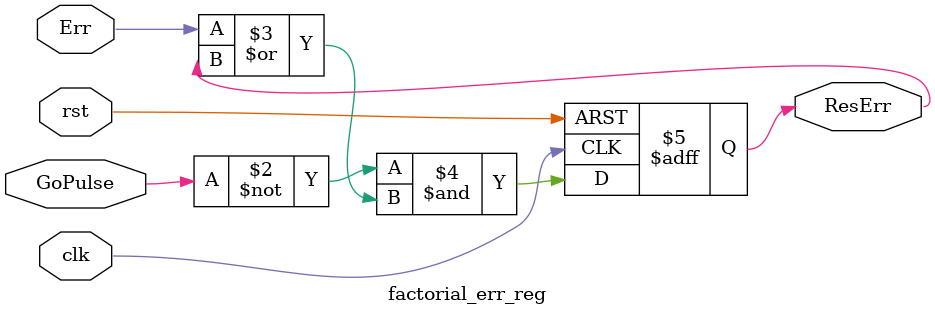
<source format=v>
module factorial_err_reg(
    input wire rst,
    input wire clk,
    input wire Err,
    input wire GoPulse,
    output reg ResErr
); 

    always @ (posedge clk, posedge rst) begin
        if(rst) ResErr <= 1'b0;
        else ResErr <= (~GoPulse) & (Err | ResErr);
    end
endmodule
</source>
